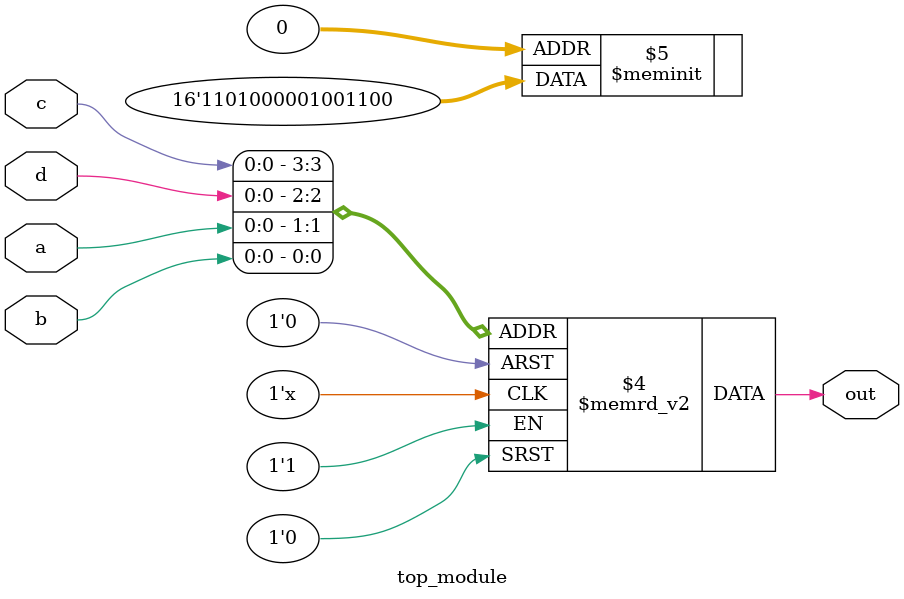
<source format=sv>
module top_module (
    input a, 
    input b,
    input c,
    input d,
    output reg out
);

    always @(*) begin
        case ({c, d, a, b}) // Combine inputs into a 4-bit vector for simplicity
            4'b0001: out = 0; // when c=0, d=0, a=0, b=1
            4'b0010: out = 1; // when c=0, d=0, a=1, b=0
            4'b0011: out = 1; // when c=0, d=0, a=1, b=1
            4'b0100: out = 0; // when c=0, d=1, a=0, b=0
            // 4'b0101: don't care
            4'b0110: out = 1; // when c=0, d=1, a=1, b=0
            // 4'b0111: don't care
            4'b1000: out = 0; // when c=1, d=0, a=0, b=0
            4'b1001: out = 0; // when c=1, d=0, a=0, b=1
            4'b1010: out = 0; // when c=1, d=1, a=1, b=0
            4'b1011: out = 0; // when c=1, d=1, a=1, b=1
            4'b1100: out = 1; // when c=1, d=0, a=0, b=0
            4'b1101: out = 0; // when c=1, d=0, a=1, b=0
            4'b1110: out = 1; // when c=1, d=1, a=0, b=0
            4'b1111: out = 1; // when c=1, d=1, a=1, b=1
            default: out = 0; // Default case
        endcase
    end

endmodule

</source>
